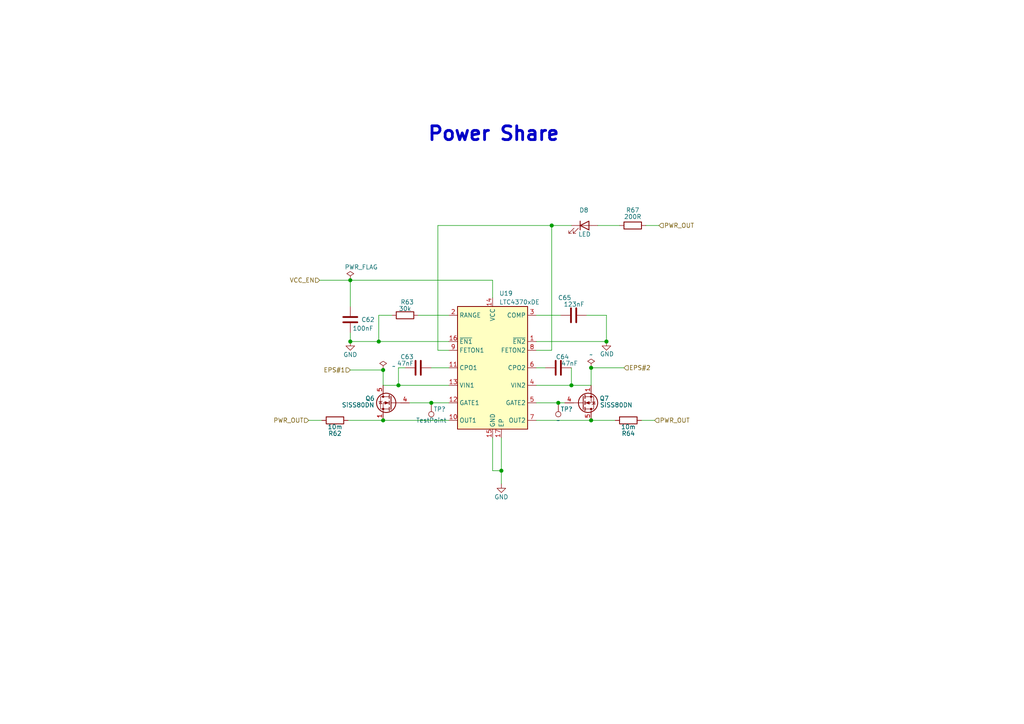
<source format=kicad_sch>
(kicad_sch (version 20210621) (generator eeschema)
  (paper "A4")
  (lib_symbols
    (symbol "Connector:TestPoint" (pin_numbers hide) (pin_names (offset 0.762) hide)
      (property "Reference" "TP" (at 0 6.858 0))
      (property "Value" "TestPoint" (at 0 5.08 0))
      (symbol "TestPoint_0_1"
        (circle (center 0 3.302) (radius 0.762))
      )
      (symbol "TestPoint_1_1"
        (pin passive line (at 0 0 90) (length 2.54) (name "1") (number "1"))
      )
    )
    (symbol "Device:C" (pin_numbers hide) (pin_names (offset 0.254))
      (property "Reference" "C" (at 0.635 2.54 0))
      (property "Value" "C" (at 0.635 -2.54 0))
      (symbol "C_0_1"
        (polyline (pts (xy -2.032 -0.762) (xy 2.032 -0.762)) (stroke (width 0.508)))
        (polyline (pts (xy -2.032 0.762) (xy 2.032 0.762)) (stroke (width 0.508)))
      )
      (symbol "C_1_1"
        (pin passive line (at 0 3.81 270) (length 2.794) (name "~") (number "1"))
        (pin passive line (at 0 -3.81 90) (length 2.794) (name "~") (number "2"))
      )
    )
    (symbol "Device:LED" (pin_numbers hide) (pin_names (offset 1.016) hide)
      (property "Reference" "D" (at 0 2.54 0))
      (property "Value" "LED" (at 0 -2.54 0))
      (symbol "LED_0_1"
        (polyline (pts (xy -1.27 -1.27) (xy -1.27 1.27)) (stroke (width 0.254)))
        (polyline (pts (xy -1.27 0) (xy 1.27 0)))
        (polyline (pts (xy 1.27 -1.27) (xy 1.27 1.27) (xy -1.27 0) (xy 1.27 -1.27)) (stroke (width 0.254)))
        (polyline (pts (xy -3.048 -0.762) (xy -4.572 -2.286) (xy -3.81 -2.286) (xy -4.572 -2.286) (xy -4.572 -1.524)))
        (polyline (pts (xy -1.778 -0.762) (xy -3.302 -2.286) (xy -2.54 -2.286) (xy -3.302 -2.286) (xy -3.302 -1.524)))
      )
      (symbol "LED_1_1"
        (pin passive line (at -3.81 0 0) (length 2.54) (name "K") (number "1"))
        (pin passive line (at 3.81 0 180) (length 2.54) (name "A") (number "2"))
      )
    )
    (symbol "Device:R" (pin_numbers hide) (pin_names (offset 0))
      (property "Reference" "R" (at 2.032 0 90))
      (property "Value" "R" (at 0 0 90))
      (symbol "R_0_1"
        (rectangle (start -1.016 -2.54) (end 1.016 2.54) (stroke (width 0.254)))
      )
      (symbol "R_1_1"
        (pin passive line (at 0 3.81 270) (length 1.27) (name "~") (number "1"))
        (pin passive line (at 0 -3.81 90) (length 1.27) (name "~") (number "2"))
      )
    )
    (symbol "Power_Management:LTC4370xDE"
      (property "Reference" "U" (at -8.89 19.05 0))
      (property "Value" "LTC4370xDE" (at 7.62 19.05 0))
      (symbol "LTC4370xDE_0_1"
        (rectangle (start -10.16 17.78) (end 10.16 -17.78) (stroke (width 0.254)) (fill (type background)))
      )
      (symbol "LTC4370xDE_1_1"
        (pin input line (at 12.7 7.62 180) (length 2.54) (name "~{EN2}") (number "1"))
        (pin input line (at -12.7 -15.24 0) (length 2.54) (name "OUT1") (number "10"))
        (pin passive line (at -12.7 0 0) (length 2.54) (name "CPO1") (number "11"))
        (pin output line (at -12.7 -10.16 0) (length 2.54) (name "GATE1") (number "12"))
        (pin power_in line (at -12.7 -5.08 0) (length 2.54) (name "VIN1") (number "13"))
        (pin power_in line (at 0 20.32 270) (length 2.54) (name "VCC") (number "14"))
        (pin power_in line (at 0 -20.32 90) (length 2.54) (name "GND") (number "15"))
        (pin input line (at -12.7 7.62 0) (length 2.54) (name "~{EN1}") (number "16"))
        (pin passive line (at 2.54 -20.32 90) (length 2.54) (name "EP") (number "17"))
        (pin passive line (at -12.7 15.24 0) (length 2.54) (name "RANGE") (number "2"))
        (pin passive line (at 12.7 15.24 180) (length 2.54) (name "COMP") (number "3"))
        (pin power_in line (at 12.7 -5.08 180) (length 2.54) (name "VIN2") (number "4"))
        (pin output line (at 12.7 -10.16 180) (length 2.54) (name "GATE2") (number "5"))
        (pin passive line (at 12.7 0 180) (length 2.54) (name "CPO2") (number "6"))
        (pin input line (at 12.7 -15.24 180) (length 2.54) (name "OUT2") (number "7"))
        (pin open_collector line (at 12.7 5.08 180) (length 2.54) (name "FETON2") (number "8"))
        (pin open_collector line (at -12.7 5.08 0) (length 2.54) (name "FETON1") (number "9"))
      )
    )
    (symbol "Transistor_FET:SiS454DN" (pin_names hide)
      (property "Reference" "Q" (at 5.08 1.905 0))
      (property "Value" "SiS454DN" (at 5.08 0 0))
      (symbol "SiS454DN_0_1"
        (circle (center 1.651 0) (radius 2.794) (stroke (width 0.254)))
        (circle (center 2.54 -1.778) (radius 0.254) (fill (type outline)))
        (circle (center 2.54 1.778) (radius 0.254) (fill (type outline)))
        (polyline (pts (xy 0.254 0) (xy -2.54 0)))
        (polyline (pts (xy 0.254 1.905) (xy 0.254 -1.905)) (stroke (width 0.254)))
        (polyline (pts (xy 0.762 -1.27) (xy 0.762 -2.286)) (stroke (width 0.254)))
        (polyline (pts (xy 0.762 0.508) (xy 0.762 -0.508)) (stroke (width 0.254)))
        (polyline (pts (xy 0.762 2.286) (xy 0.762 1.27)) (stroke (width 0.254)))
        (polyline (pts (xy 2.54 2.54) (xy 2.54 1.778)))
        (polyline (pts (xy 2.54 -2.54) (xy 2.54 0) (xy 0.762 0)))
        (polyline (pts (xy 0.762 -1.778) (xy 3.302 -1.778) (xy 3.302 1.778) (xy 0.762 1.778)))
        (polyline (pts (xy 2.794 0.508) (xy 2.921 0.381) (xy 3.683 0.381) (xy 3.81 0.254)))
        (polyline (pts (xy 3.302 0.381) (xy 2.921 -0.254) (xy 3.683 -0.254) (xy 3.302 0.381)))
        (polyline (pts (xy 1.016 0) (xy 2.032 0.381) (xy 2.032 -0.381) (xy 1.016 0)) (fill (type outline)))
      )
      (symbol "SiS454DN_1_1"
        (pin passive line (at 2.54 -5.08 90) (length 2.54) (name "S") (number "1"))
        (pin passive line (at 2.54 -5.08 90) (length 2.54) hide (name "S") (number "2"))
        (pin passive line (at 2.54 -5.08 90) (length 2.54) hide (name "S") (number "3"))
        (pin input line (at -5.08 0 0) (length 2.54) (name "G") (number "4"))
        (pin passive line (at 2.54 5.08 270) (length 2.54) (name "D") (number "5"))
      )
    )
    (symbol "power:GND" (power) (pin_names (offset 0))
      (property "Value" "GND" (at 0 -3.81 0))
      (symbol "GND_0_1"
        (polyline (pts (xy 0 0) (xy 0 -1.27) (xy 1.27 -1.27) (xy 0 -2.54) (xy -1.27 -1.27) (xy 0 -1.27)))
      )
      (symbol "GND_1_1"
        (pin power_in line (at 0 0 270) (length 0) hide (name "GND") (number "1"))
      )
    )
    (symbol "power:PWR_FLAG" (power) (pin_numbers hide) (pin_names (offset 0) hide)
      (property "Value" "PWR_FLAG" (at 0 3.81 0))
      (symbol "PWR_FLAG_0_0"
        (pin power_out line (at 0 0 90) (length 0) (name "pwr") (number "1"))
      )
      (symbol "PWR_FLAG_0_1"
        (polyline (pts (xy 0 0) (xy 0 1.27) (xy -1.016 1.905) (xy 0 2.54) (xy 1.016 1.905) (xy 0 1.27)))
      )
    )
  )
  (junction (at 101.6 81.28) (diameter 1.016))
  (junction (at 101.6 99.06) (diameter 1.016))
  (junction (at 109.855 99.06) (diameter 1.016))
  (junction (at 111.125 107.315) (diameter 1.016))
  (junction (at 111.125 121.92) (diameter 1.016))
  (junction (at 115.57 111.76) (diameter 1.016))
  (junction (at 125.095 116.84) (diameter 1.016))
  (junction (at 145.415 136.525) (diameter 1.016))
  (junction (at 160.02 65.405) (diameter 1.016))
  (junction (at 161.925 116.84) (diameter 1.016))
  (junction (at 165.735 111.76) (diameter 1.016))
  (junction (at 171.45 106.68) (diameter 1.016))
  (junction (at 171.45 121.92) (diameter 1.016))
  (junction (at 175.895 99.06) (diameter 1.016))
  (wire (pts (xy 92.71 81.28) (xy 101.6 81.28)))
  (wire (pts (xy 93.345 121.92) (xy 89.535 121.92)))
  (wire (pts (xy 100.965 121.92) (xy 111.125 121.92)))
  (wire (pts (xy 101.6 81.28) (xy 142.875 81.28)))
  (wire (pts (xy 101.6 88.9) (xy 101.6 81.28)))
  (wire (pts (xy 101.6 96.52) (xy 101.6 99.06)))
  (wire (pts (xy 101.6 99.06) (xy 109.855 99.06)))
  (wire (pts (xy 101.6 107.315) (xy 111.125 107.315)))
  (wire (pts (xy 109.855 91.44) (xy 109.855 99.06)))
  (wire (pts (xy 109.855 99.06) (xy 130.175 99.06)))
  (wire (pts (xy 111.125 107.315) (xy 111.125 111.76)))
  (wire (pts (xy 111.125 111.76) (xy 115.57 111.76)))
  (wire (pts (xy 111.125 121.92) (xy 130.175 121.92)))
  (wire (pts (xy 113.665 91.44) (xy 109.855 91.44)))
  (wire (pts (xy 115.57 106.68) (xy 115.57 111.76)))
  (wire (pts (xy 115.57 111.76) (xy 130.175 111.76)))
  (wire (pts (xy 117.475 106.68) (xy 115.57 106.68)))
  (wire (pts (xy 118.745 116.84) (xy 125.095 116.84)))
  (wire (pts (xy 121.285 91.44) (xy 130.175 91.44)))
  (wire (pts (xy 125.095 106.68) (xy 130.175 106.68)))
  (wire (pts (xy 125.095 116.84) (xy 130.175 116.84)))
  (wire (pts (xy 127 101.6) (xy 127 65.405)))
  (wire (pts (xy 130.175 101.6) (xy 127 101.6)))
  (wire (pts (xy 142.875 86.36) (xy 142.875 81.28)))
  (wire (pts (xy 142.875 127) (xy 142.875 136.525)))
  (wire (pts (xy 142.875 136.525) (xy 145.415 136.525)))
  (wire (pts (xy 145.415 127) (xy 145.415 136.525)))
  (wire (pts (xy 145.415 136.525) (xy 145.415 140.335)))
  (wire (pts (xy 155.575 91.44) (xy 162.56 91.44)))
  (wire (pts (xy 155.575 99.06) (xy 175.895 99.06)))
  (wire (pts (xy 155.575 101.6) (xy 160.02 101.6)))
  (wire (pts (xy 155.575 106.68) (xy 158.115 106.68)))
  (wire (pts (xy 155.575 111.76) (xy 165.735 111.76)))
  (wire (pts (xy 155.575 116.84) (xy 161.925 116.84)))
  (wire (pts (xy 155.575 121.92) (xy 171.45 121.92)))
  (wire (pts (xy 160.02 65.405) (xy 127 65.405)))
  (wire (pts (xy 160.02 101.6) (xy 160.02 65.405)))
  (wire (pts (xy 161.925 116.84) (xy 163.83 116.84)))
  (wire (pts (xy 165.735 65.405) (xy 160.02 65.405)))
  (wire (pts (xy 165.735 106.68) (xy 165.735 111.76)))
  (wire (pts (xy 165.735 111.76) (xy 171.45 111.76)))
  (wire (pts (xy 170.18 91.44) (xy 175.895 91.44)))
  (wire (pts (xy 171.45 106.68) (xy 171.45 111.76)))
  (wire (pts (xy 171.45 121.92) (xy 178.435 121.92)))
  (wire (pts (xy 173.355 65.405) (xy 179.705 65.405)))
  (wire (pts (xy 175.895 91.44) (xy 175.895 99.06)))
  (wire (pts (xy 180.975 106.68) (xy 171.45 106.68)))
  (wire (pts (xy 186.055 121.92) (xy 189.865 121.92)))
  (wire (pts (xy 187.325 65.405) (xy 191.135 65.405)))
  (text "Power Share" (at 123.825 41.275 0) (effects (font (size 4 4) (thickness 0.8) bold) (justify left bottom)))
  (hierarchical_label "PWR_OUT" (shape input) (at 89.535 121.92 180))
  (hierarchical_label "VCC_EN" (shape input) (at 92.71 81.28 180))
  (hierarchical_label "EPS#1" (shape input) (at 101.6 107.315 180))
  (hierarchical_label "EPS#2" (shape input) (at 180.975 106.68 0))
  (hierarchical_label "PWR_OUT" (shape input) (at 189.865 121.92 0))
  (hierarchical_label "PWR_OUT" (shape input) (at 191.135 65.405 0))
  (symbol (lib_id "power:PWR_FLAG") (at 101.6 81.28 0)
    (property "Reference" "#FLG0111" (effects hide))
    (property "Value" "PWR_FLAG" (at 104.775 77.47 0))
  )
  (symbol (lib_id "power:PWR_FLAG") (at 111.125 107.315 0)
    (property "Reference" "#FLG0110" (effects hide))
    (property "Value" "~" (at 113.665 106.2354 0) (effects (justify left)))
  )
  (symbol (lib_id "power:PWR_FLAG") (at 171.45 106.68 0)
    (property "Reference" "#FLG0112" (effects hide))
    (property "Value" "~" (at 171.45 102.87 0))
  )
  (symbol (lib_id "Connector:TestPoint") (at 125.095 116.84 180)
    (property "Reference" "TP?" (at 125.73 118.6814 0) (effects (justify right)))
    (property "Value" "TestPoint" (at 125.095 121.92 0))
  )
  (symbol (lib_id "Connector:TestPoint") (at 161.925 116.84 180)
    (property "Reference" "TP?" (at 162.56 118.6814 0) (effects (justify right)))
    (property "Value" "~" (at 161.925 121.92 0))
  )
  (symbol (lib_id "power:GND") (at 101.6 99.06 0)
    (property "Reference" "#PWR0196" (effects hide))
    (property "Value" "GND" (at 101.6 102.87 0))
  )
  (symbol (lib_id "power:GND") (at 145.415 140.335 0)
    (property "Reference" "#PWR0197" (effects hide))
    (property "Value" "GND" (at 145.415 144.145 0))
  )
  (symbol (lib_id "power:GND") (at 175.895 99.06 0)
    (property "Reference" "#PWR0198" (effects hide))
    (property "Value" "GND" (at 173.99 102.6794 0) (effects (justify left)))
  )
  (symbol (lib_id "Device:R") (at 97.155 121.92 90)
    (property "Reference" "R62" (at 97.155 125.73 90))
    (property "Value" "10m" (at 97.155 123.825 90))
    (property "Footprint" "Resistor_SMD:R_0603_1608Metric" (effects hide))
  )
  (symbol (lib_id "Device:R") (at 117.475 91.44 90)
    (property "Reference" "R63" (at 118.11 87.63 90))
    (property "Value" "30k" (at 117.475 89.535 90))
    (property "Footprint" "Resistor_SMD:R_0603_1608Metric" (effects hide))
  )
  (symbol (lib_id "Device:R") (at 182.245 121.92 270)
    (property "Reference" "R64" (at 182.245 125.73 90))
    (property "Value" "10m" (at 182.245 123.825 90))
    (property "Footprint" "Resistor_SMD:R_0603_1608Metric" (effects hide))
  )
  (symbol (lib_id "Device:R") (at 183.515 65.405 90)
    (property "Reference" "R67" (at 183.515 60.96 90))
    (property "Value" "200R" (at 183.515 62.865 90))
    (property "Footprint" "Inductor_SMD:L_0603_1608Metric" (effects hide))
  )
  (symbol (lib_id "Device:LED") (at 169.545 65.405 0)
    (property "Reference" "D8" (at 169.3545 60.96 0))
    (property "Value" "LED" (at 169.545 67.945 0))
    (property "Footprint" "LED_SMD:LED_0603_1608Metric" (effects hide))
  )
  (symbol (lib_id "Device:C") (at 101.6 92.71 0)
    (property "Reference" "C62" (at 104.775 92.7099 0) (effects (justify left)))
    (property "Value" "100nF" (at 102.235 95.25 0) (effects (justify left)))
    (property "Footprint" "Capacitor_SMD:C_0603_1608Metric" (effects hide))
  )
  (symbol (lib_id "Device:C") (at 121.285 106.68 90)
    (property "Reference" "C63" (at 120.0149 103.505 90) (effects (justify left)))
    (property "Value" "47nF" (at 120.015 105.41 90) (effects (justify left)))
    (property "Footprint" "Capacitor_SMD:C_0603_1608Metric" (effects hide))
  )
  (symbol (lib_id "Device:C") (at 161.925 106.68 90)
    (property "Reference" "C64" (at 165.0999 103.505 90) (effects (justify left)))
    (property "Value" "47nF" (at 167.64 105.41 90) (effects (justify left)))
    (property "Footprint" "Capacitor_SMD:C_0603_1608Metric" (effects hide))
  )
  (symbol (lib_id "Device:C") (at 166.37 91.44 90)
    (property "Reference" "C65" (at 165.7349 86.36 90) (effects (justify left)))
    (property "Value" "123nF" (at 169.545 88.265 90) (effects (justify left)))
    (property "Footprint" "Capacitor_SMD:C_0603_1608Metric" (effects hide))
  )
  (symbol (lib_id "Transistor_FET:SiS454DN") (at 113.665 116.84 0) (mirror y)
    (property "Reference" "Q6" (at 107.315 115.57 0))
    (property "Value" "SiSS80DN" (at 108.585 117.475 0) (effects (justify left)))
    (property "Footprint" "Package_SO:Vishay_PowerPAK_1212-8_Single" (effects hide))
    (property "Datasheet" "https://www.vishay.com/docs/66707/sis454dn.pdf" (effects hide))
  )
  (symbol (lib_id "Transistor_FET:SiS454DN") (at 168.91 116.84 0) (mirror x)
    (property "Reference" "Q7" (at 175.26 115.57 0))
    (property "Value" "SiSS80DN" (at 173.99 117.475 0) (effects (justify left)))
    (property "Footprint" "Package_SO:Vishay_PowerPAK_1212-8_Single" (effects hide))
    (property "Datasheet" "https://www.vishay.com/docs/66707/sis454dn.pdf" (effects hide))
  )
  (symbol (lib_id "Power_Management:LTC4370xDE") (at 142.875 106.68 0)
    (property "Reference" "U19" (at 144.7799 85.09 0) (effects (justify left)))
    (property "Value" "LTC4370xDE" (at 144.7799 87.63 0) (effects (justify left)))
    (property "Footprint" "Package_DFN_QFN:DFN-16-1EP_3x4mm_P0.45mm_EP1.7x3.3mm" (effects hide))
    (property "Datasheet" "https://www.analog.com/media/en/technical-documentation/data-sheets/4370f.pdf" (effects hide))
  )
)
</source>
